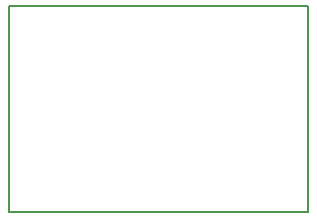
<source format=gm1>
G04 MADE WITH FRITZING*
G04 WWW.FRITZING.ORG*
G04 DOUBLE SIDED*
G04 HOLES PLATED*
G04 CONTOUR ON CENTER OF CONTOUR VECTOR*
%ASAXBY*%
%FSLAX23Y23*%
%MOIN*%
%OFA0B0*%
%SFA1.0B1.0*%
%ADD10R,1.005965X0.693043*%
%ADD11C,0.008000*%
%ADD10C,0.008*%
%LNCONTOUR*%
G90*
G70*
G54D10*
G54D11*
X4Y689D02*
X1002Y689D01*
X1002Y4D01*
X4Y4D01*
X4Y689D01*
D02*
G04 End of contour*
M02*
</source>
